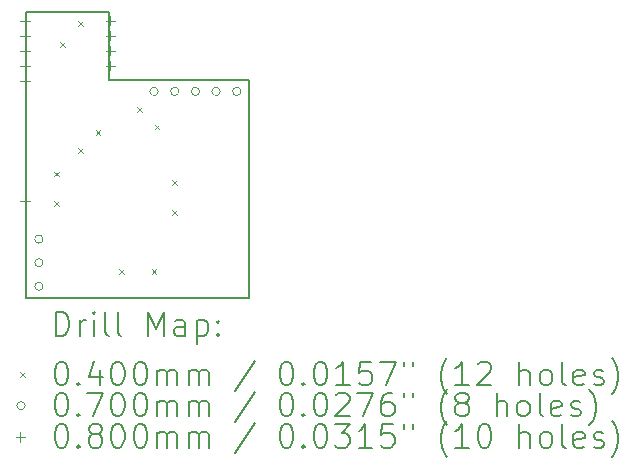
<source format=gbr>
%TF.GenerationSoftware,KiCad,Pcbnew,7.0.11*%
%TF.CreationDate,2025-03-05T13:55:37+11:00*%
%TF.ProjectId,notestmode3,6e6f7465-7374-46d6-9f64-65332e6b6963,rev?*%
%TF.SameCoordinates,Original*%
%TF.FileFunction,Drillmap*%
%TF.FilePolarity,Positive*%
%FSLAX45Y45*%
G04 Gerber Fmt 4.5, Leading zero omitted, Abs format (unit mm)*
G04 Created by KiCad (PCBNEW 7.0.11) date 2025-03-05 13:55:37*
%MOMM*%
%LPD*%
G01*
G04 APERTURE LIST*
%ADD10C,0.127000*%
%ADD11C,0.200000*%
%ADD12C,0.100000*%
G04 APERTURE END LIST*
D10*
X12995700Y-12623800D02*
X12995700Y-13200000D01*
X12995700Y-13200000D02*
X14175000Y-13200000D01*
X14175000Y-15050000D02*
X12290000Y-15050000D01*
X14175000Y-13200000D02*
X14175000Y-15050000D01*
X12995700Y-12623800D02*
X12290000Y-12623800D01*
X12290000Y-12623800D02*
X12290000Y-15050000D01*
D11*
D12*
X12530000Y-13980000D02*
X12570000Y-14020000D01*
X12570000Y-13980000D02*
X12530000Y-14020000D01*
X12530000Y-14230000D02*
X12570000Y-14270000D01*
X12570000Y-14230000D02*
X12530000Y-14270000D01*
X12580000Y-12880000D02*
X12620000Y-12920000D01*
X12620000Y-12880000D02*
X12580000Y-12920000D01*
X12730000Y-12705000D02*
X12770000Y-12745000D01*
X12770000Y-12705000D02*
X12730000Y-12745000D01*
X12730000Y-13780000D02*
X12770000Y-13820000D01*
X12770000Y-13780000D02*
X12730000Y-13820000D01*
X12880000Y-13630000D02*
X12920000Y-13670000D01*
X12920000Y-13630000D02*
X12880000Y-13670000D01*
X13080000Y-14805000D02*
X13120000Y-14845000D01*
X13120000Y-14805000D02*
X13080000Y-14845000D01*
X13230000Y-13430000D02*
X13270000Y-13470000D01*
X13270000Y-13430000D02*
X13230000Y-13470000D01*
X13355000Y-14805000D02*
X13395000Y-14845000D01*
X13395000Y-14805000D02*
X13355000Y-14845000D01*
X13380000Y-13580000D02*
X13420000Y-13620000D01*
X13420000Y-13580000D02*
X13380000Y-13620000D01*
X13530000Y-14053000D02*
X13570000Y-14093000D01*
X13570000Y-14053000D02*
X13530000Y-14093000D01*
X13530000Y-14307000D02*
X13570000Y-14347000D01*
X13570000Y-14307000D02*
X13530000Y-14347000D01*
X12435000Y-14550000D02*
G75*
G03*
X12365000Y-14550000I-35000J0D01*
G01*
X12365000Y-14550000D02*
G75*
G03*
X12435000Y-14550000I35000J0D01*
G01*
X12435000Y-14750000D02*
G75*
G03*
X12365000Y-14750000I-35000J0D01*
G01*
X12365000Y-14750000D02*
G75*
G03*
X12435000Y-14750000I35000J0D01*
G01*
X12435000Y-14950000D02*
G75*
G03*
X12365000Y-14950000I-35000J0D01*
G01*
X12365000Y-14950000D02*
G75*
G03*
X12435000Y-14950000I35000J0D01*
G01*
X13410000Y-13299900D02*
G75*
G03*
X13340000Y-13299900I-35000J0D01*
G01*
X13340000Y-13299900D02*
G75*
G03*
X13410000Y-13299900I35000J0D01*
G01*
X13585000Y-13300000D02*
G75*
G03*
X13515000Y-13300000I-35000J0D01*
G01*
X13515000Y-13300000D02*
G75*
G03*
X13585000Y-13300000I35000J0D01*
G01*
X13760000Y-13299900D02*
G75*
G03*
X13690000Y-13299900I-35000J0D01*
G01*
X13690000Y-13299900D02*
G75*
G03*
X13760000Y-13299900I35000J0D01*
G01*
X13935000Y-13300000D02*
G75*
G03*
X13865000Y-13300000I-35000J0D01*
G01*
X13865000Y-13300000D02*
G75*
G03*
X13935000Y-13300000I35000J0D01*
G01*
X14110000Y-13300000D02*
G75*
G03*
X14040000Y-13300000I-35000J0D01*
G01*
X14040000Y-13300000D02*
G75*
G03*
X14110000Y-13300000I35000J0D01*
G01*
X12280900Y-12660000D02*
X12280900Y-12740000D01*
X12240900Y-12700000D02*
X12320900Y-12700000D01*
X12280900Y-12787000D02*
X12280900Y-12867000D01*
X12240900Y-12827000D02*
X12320900Y-12827000D01*
X12280900Y-12914000D02*
X12280900Y-12994000D01*
X12240900Y-12954000D02*
X12320900Y-12954000D01*
X12280900Y-13041000D02*
X12280900Y-13121000D01*
X12240900Y-13081000D02*
X12320900Y-13081000D01*
X12280900Y-13168000D02*
X12280900Y-13248000D01*
X12240900Y-13208000D02*
X12320900Y-13208000D01*
X12280900Y-14184000D02*
X12280900Y-14264000D01*
X12240900Y-14224000D02*
X12320900Y-14224000D01*
X13004800Y-12660000D02*
X13004800Y-12740000D01*
X12964800Y-12700000D02*
X13044800Y-12700000D01*
X13004800Y-12787000D02*
X13004800Y-12867000D01*
X12964800Y-12827000D02*
X13044800Y-12827000D01*
X13004800Y-12914000D02*
X13004800Y-12994000D01*
X12964800Y-12954000D02*
X13044800Y-12954000D01*
X13004800Y-13041000D02*
X13004800Y-13121000D01*
X12964800Y-13081000D02*
X13044800Y-13081000D01*
D11*
X12544427Y-15367834D02*
X12544427Y-15167834D01*
X12544427Y-15167834D02*
X12592046Y-15167834D01*
X12592046Y-15167834D02*
X12620617Y-15177358D01*
X12620617Y-15177358D02*
X12639665Y-15196405D01*
X12639665Y-15196405D02*
X12649189Y-15215453D01*
X12649189Y-15215453D02*
X12658713Y-15253548D01*
X12658713Y-15253548D02*
X12658713Y-15282120D01*
X12658713Y-15282120D02*
X12649189Y-15320215D01*
X12649189Y-15320215D02*
X12639665Y-15339262D01*
X12639665Y-15339262D02*
X12620617Y-15358310D01*
X12620617Y-15358310D02*
X12592046Y-15367834D01*
X12592046Y-15367834D02*
X12544427Y-15367834D01*
X12744427Y-15367834D02*
X12744427Y-15234500D01*
X12744427Y-15272596D02*
X12753951Y-15253548D01*
X12753951Y-15253548D02*
X12763474Y-15244024D01*
X12763474Y-15244024D02*
X12782522Y-15234500D01*
X12782522Y-15234500D02*
X12801570Y-15234500D01*
X12868236Y-15367834D02*
X12868236Y-15234500D01*
X12868236Y-15167834D02*
X12858713Y-15177358D01*
X12858713Y-15177358D02*
X12868236Y-15186881D01*
X12868236Y-15186881D02*
X12877760Y-15177358D01*
X12877760Y-15177358D02*
X12868236Y-15167834D01*
X12868236Y-15167834D02*
X12868236Y-15186881D01*
X12992046Y-15367834D02*
X12972998Y-15358310D01*
X12972998Y-15358310D02*
X12963474Y-15339262D01*
X12963474Y-15339262D02*
X12963474Y-15167834D01*
X13096808Y-15367834D02*
X13077760Y-15358310D01*
X13077760Y-15358310D02*
X13068236Y-15339262D01*
X13068236Y-15339262D02*
X13068236Y-15167834D01*
X13325379Y-15367834D02*
X13325379Y-15167834D01*
X13325379Y-15167834D02*
X13392046Y-15310691D01*
X13392046Y-15310691D02*
X13458713Y-15167834D01*
X13458713Y-15167834D02*
X13458713Y-15367834D01*
X13639665Y-15367834D02*
X13639665Y-15263072D01*
X13639665Y-15263072D02*
X13630141Y-15244024D01*
X13630141Y-15244024D02*
X13611094Y-15234500D01*
X13611094Y-15234500D02*
X13572998Y-15234500D01*
X13572998Y-15234500D02*
X13553951Y-15244024D01*
X13639665Y-15358310D02*
X13620617Y-15367834D01*
X13620617Y-15367834D02*
X13572998Y-15367834D01*
X13572998Y-15367834D02*
X13553951Y-15358310D01*
X13553951Y-15358310D02*
X13544427Y-15339262D01*
X13544427Y-15339262D02*
X13544427Y-15320215D01*
X13544427Y-15320215D02*
X13553951Y-15301167D01*
X13553951Y-15301167D02*
X13572998Y-15291643D01*
X13572998Y-15291643D02*
X13620617Y-15291643D01*
X13620617Y-15291643D02*
X13639665Y-15282120D01*
X13734903Y-15234500D02*
X13734903Y-15434500D01*
X13734903Y-15244024D02*
X13753951Y-15234500D01*
X13753951Y-15234500D02*
X13792046Y-15234500D01*
X13792046Y-15234500D02*
X13811094Y-15244024D01*
X13811094Y-15244024D02*
X13820617Y-15253548D01*
X13820617Y-15253548D02*
X13830141Y-15272596D01*
X13830141Y-15272596D02*
X13830141Y-15329739D01*
X13830141Y-15329739D02*
X13820617Y-15348786D01*
X13820617Y-15348786D02*
X13811094Y-15358310D01*
X13811094Y-15358310D02*
X13792046Y-15367834D01*
X13792046Y-15367834D02*
X13753951Y-15367834D01*
X13753951Y-15367834D02*
X13734903Y-15358310D01*
X13915855Y-15348786D02*
X13925379Y-15358310D01*
X13925379Y-15358310D02*
X13915855Y-15367834D01*
X13915855Y-15367834D02*
X13906332Y-15358310D01*
X13906332Y-15358310D02*
X13915855Y-15348786D01*
X13915855Y-15348786D02*
X13915855Y-15367834D01*
X13915855Y-15244024D02*
X13925379Y-15253548D01*
X13925379Y-15253548D02*
X13915855Y-15263072D01*
X13915855Y-15263072D02*
X13906332Y-15253548D01*
X13906332Y-15253548D02*
X13915855Y-15244024D01*
X13915855Y-15244024D02*
X13915855Y-15263072D01*
D12*
X12243650Y-15676350D02*
X12283650Y-15716350D01*
X12283650Y-15676350D02*
X12243650Y-15716350D01*
D11*
X12582522Y-15587834D02*
X12601570Y-15587834D01*
X12601570Y-15587834D02*
X12620617Y-15597358D01*
X12620617Y-15597358D02*
X12630141Y-15606881D01*
X12630141Y-15606881D02*
X12639665Y-15625929D01*
X12639665Y-15625929D02*
X12649189Y-15664024D01*
X12649189Y-15664024D02*
X12649189Y-15711643D01*
X12649189Y-15711643D02*
X12639665Y-15749739D01*
X12639665Y-15749739D02*
X12630141Y-15768786D01*
X12630141Y-15768786D02*
X12620617Y-15778310D01*
X12620617Y-15778310D02*
X12601570Y-15787834D01*
X12601570Y-15787834D02*
X12582522Y-15787834D01*
X12582522Y-15787834D02*
X12563474Y-15778310D01*
X12563474Y-15778310D02*
X12553951Y-15768786D01*
X12553951Y-15768786D02*
X12544427Y-15749739D01*
X12544427Y-15749739D02*
X12534903Y-15711643D01*
X12534903Y-15711643D02*
X12534903Y-15664024D01*
X12534903Y-15664024D02*
X12544427Y-15625929D01*
X12544427Y-15625929D02*
X12553951Y-15606881D01*
X12553951Y-15606881D02*
X12563474Y-15597358D01*
X12563474Y-15597358D02*
X12582522Y-15587834D01*
X12734903Y-15768786D02*
X12744427Y-15778310D01*
X12744427Y-15778310D02*
X12734903Y-15787834D01*
X12734903Y-15787834D02*
X12725379Y-15778310D01*
X12725379Y-15778310D02*
X12734903Y-15768786D01*
X12734903Y-15768786D02*
X12734903Y-15787834D01*
X12915855Y-15654500D02*
X12915855Y-15787834D01*
X12868236Y-15578310D02*
X12820617Y-15721167D01*
X12820617Y-15721167D02*
X12944427Y-15721167D01*
X13058713Y-15587834D02*
X13077760Y-15587834D01*
X13077760Y-15587834D02*
X13096808Y-15597358D01*
X13096808Y-15597358D02*
X13106332Y-15606881D01*
X13106332Y-15606881D02*
X13115855Y-15625929D01*
X13115855Y-15625929D02*
X13125379Y-15664024D01*
X13125379Y-15664024D02*
X13125379Y-15711643D01*
X13125379Y-15711643D02*
X13115855Y-15749739D01*
X13115855Y-15749739D02*
X13106332Y-15768786D01*
X13106332Y-15768786D02*
X13096808Y-15778310D01*
X13096808Y-15778310D02*
X13077760Y-15787834D01*
X13077760Y-15787834D02*
X13058713Y-15787834D01*
X13058713Y-15787834D02*
X13039665Y-15778310D01*
X13039665Y-15778310D02*
X13030141Y-15768786D01*
X13030141Y-15768786D02*
X13020617Y-15749739D01*
X13020617Y-15749739D02*
X13011094Y-15711643D01*
X13011094Y-15711643D02*
X13011094Y-15664024D01*
X13011094Y-15664024D02*
X13020617Y-15625929D01*
X13020617Y-15625929D02*
X13030141Y-15606881D01*
X13030141Y-15606881D02*
X13039665Y-15597358D01*
X13039665Y-15597358D02*
X13058713Y-15587834D01*
X13249189Y-15587834D02*
X13268236Y-15587834D01*
X13268236Y-15587834D02*
X13287284Y-15597358D01*
X13287284Y-15597358D02*
X13296808Y-15606881D01*
X13296808Y-15606881D02*
X13306332Y-15625929D01*
X13306332Y-15625929D02*
X13315855Y-15664024D01*
X13315855Y-15664024D02*
X13315855Y-15711643D01*
X13315855Y-15711643D02*
X13306332Y-15749739D01*
X13306332Y-15749739D02*
X13296808Y-15768786D01*
X13296808Y-15768786D02*
X13287284Y-15778310D01*
X13287284Y-15778310D02*
X13268236Y-15787834D01*
X13268236Y-15787834D02*
X13249189Y-15787834D01*
X13249189Y-15787834D02*
X13230141Y-15778310D01*
X13230141Y-15778310D02*
X13220617Y-15768786D01*
X13220617Y-15768786D02*
X13211094Y-15749739D01*
X13211094Y-15749739D02*
X13201570Y-15711643D01*
X13201570Y-15711643D02*
X13201570Y-15664024D01*
X13201570Y-15664024D02*
X13211094Y-15625929D01*
X13211094Y-15625929D02*
X13220617Y-15606881D01*
X13220617Y-15606881D02*
X13230141Y-15597358D01*
X13230141Y-15597358D02*
X13249189Y-15587834D01*
X13401570Y-15787834D02*
X13401570Y-15654500D01*
X13401570Y-15673548D02*
X13411094Y-15664024D01*
X13411094Y-15664024D02*
X13430141Y-15654500D01*
X13430141Y-15654500D02*
X13458713Y-15654500D01*
X13458713Y-15654500D02*
X13477760Y-15664024D01*
X13477760Y-15664024D02*
X13487284Y-15683072D01*
X13487284Y-15683072D02*
X13487284Y-15787834D01*
X13487284Y-15683072D02*
X13496808Y-15664024D01*
X13496808Y-15664024D02*
X13515855Y-15654500D01*
X13515855Y-15654500D02*
X13544427Y-15654500D01*
X13544427Y-15654500D02*
X13563475Y-15664024D01*
X13563475Y-15664024D02*
X13572998Y-15683072D01*
X13572998Y-15683072D02*
X13572998Y-15787834D01*
X13668236Y-15787834D02*
X13668236Y-15654500D01*
X13668236Y-15673548D02*
X13677760Y-15664024D01*
X13677760Y-15664024D02*
X13696808Y-15654500D01*
X13696808Y-15654500D02*
X13725379Y-15654500D01*
X13725379Y-15654500D02*
X13744427Y-15664024D01*
X13744427Y-15664024D02*
X13753951Y-15683072D01*
X13753951Y-15683072D02*
X13753951Y-15787834D01*
X13753951Y-15683072D02*
X13763475Y-15664024D01*
X13763475Y-15664024D02*
X13782522Y-15654500D01*
X13782522Y-15654500D02*
X13811094Y-15654500D01*
X13811094Y-15654500D02*
X13830141Y-15664024D01*
X13830141Y-15664024D02*
X13839665Y-15683072D01*
X13839665Y-15683072D02*
X13839665Y-15787834D01*
X14230141Y-15578310D02*
X14058713Y-15835453D01*
X14487284Y-15587834D02*
X14506332Y-15587834D01*
X14506332Y-15587834D02*
X14525379Y-15597358D01*
X14525379Y-15597358D02*
X14534903Y-15606881D01*
X14534903Y-15606881D02*
X14544427Y-15625929D01*
X14544427Y-15625929D02*
X14553951Y-15664024D01*
X14553951Y-15664024D02*
X14553951Y-15711643D01*
X14553951Y-15711643D02*
X14544427Y-15749739D01*
X14544427Y-15749739D02*
X14534903Y-15768786D01*
X14534903Y-15768786D02*
X14525379Y-15778310D01*
X14525379Y-15778310D02*
X14506332Y-15787834D01*
X14506332Y-15787834D02*
X14487284Y-15787834D01*
X14487284Y-15787834D02*
X14468237Y-15778310D01*
X14468237Y-15778310D02*
X14458713Y-15768786D01*
X14458713Y-15768786D02*
X14449189Y-15749739D01*
X14449189Y-15749739D02*
X14439665Y-15711643D01*
X14439665Y-15711643D02*
X14439665Y-15664024D01*
X14439665Y-15664024D02*
X14449189Y-15625929D01*
X14449189Y-15625929D02*
X14458713Y-15606881D01*
X14458713Y-15606881D02*
X14468237Y-15597358D01*
X14468237Y-15597358D02*
X14487284Y-15587834D01*
X14639665Y-15768786D02*
X14649189Y-15778310D01*
X14649189Y-15778310D02*
X14639665Y-15787834D01*
X14639665Y-15787834D02*
X14630141Y-15778310D01*
X14630141Y-15778310D02*
X14639665Y-15768786D01*
X14639665Y-15768786D02*
X14639665Y-15787834D01*
X14772998Y-15587834D02*
X14792046Y-15587834D01*
X14792046Y-15587834D02*
X14811094Y-15597358D01*
X14811094Y-15597358D02*
X14820618Y-15606881D01*
X14820618Y-15606881D02*
X14830141Y-15625929D01*
X14830141Y-15625929D02*
X14839665Y-15664024D01*
X14839665Y-15664024D02*
X14839665Y-15711643D01*
X14839665Y-15711643D02*
X14830141Y-15749739D01*
X14830141Y-15749739D02*
X14820618Y-15768786D01*
X14820618Y-15768786D02*
X14811094Y-15778310D01*
X14811094Y-15778310D02*
X14792046Y-15787834D01*
X14792046Y-15787834D02*
X14772998Y-15787834D01*
X14772998Y-15787834D02*
X14753951Y-15778310D01*
X14753951Y-15778310D02*
X14744427Y-15768786D01*
X14744427Y-15768786D02*
X14734903Y-15749739D01*
X14734903Y-15749739D02*
X14725379Y-15711643D01*
X14725379Y-15711643D02*
X14725379Y-15664024D01*
X14725379Y-15664024D02*
X14734903Y-15625929D01*
X14734903Y-15625929D02*
X14744427Y-15606881D01*
X14744427Y-15606881D02*
X14753951Y-15597358D01*
X14753951Y-15597358D02*
X14772998Y-15587834D01*
X15030141Y-15787834D02*
X14915856Y-15787834D01*
X14972998Y-15787834D02*
X14972998Y-15587834D01*
X14972998Y-15587834D02*
X14953951Y-15616405D01*
X14953951Y-15616405D02*
X14934903Y-15635453D01*
X14934903Y-15635453D02*
X14915856Y-15644977D01*
X15211094Y-15587834D02*
X15115856Y-15587834D01*
X15115856Y-15587834D02*
X15106332Y-15683072D01*
X15106332Y-15683072D02*
X15115856Y-15673548D01*
X15115856Y-15673548D02*
X15134903Y-15664024D01*
X15134903Y-15664024D02*
X15182522Y-15664024D01*
X15182522Y-15664024D02*
X15201570Y-15673548D01*
X15201570Y-15673548D02*
X15211094Y-15683072D01*
X15211094Y-15683072D02*
X15220618Y-15702120D01*
X15220618Y-15702120D02*
X15220618Y-15749739D01*
X15220618Y-15749739D02*
X15211094Y-15768786D01*
X15211094Y-15768786D02*
X15201570Y-15778310D01*
X15201570Y-15778310D02*
X15182522Y-15787834D01*
X15182522Y-15787834D02*
X15134903Y-15787834D01*
X15134903Y-15787834D02*
X15115856Y-15778310D01*
X15115856Y-15778310D02*
X15106332Y-15768786D01*
X15287284Y-15587834D02*
X15420618Y-15587834D01*
X15420618Y-15587834D02*
X15334903Y-15787834D01*
X15487284Y-15587834D02*
X15487284Y-15625929D01*
X15563475Y-15587834D02*
X15563475Y-15625929D01*
X15858713Y-15864024D02*
X15849189Y-15854500D01*
X15849189Y-15854500D02*
X15830141Y-15825929D01*
X15830141Y-15825929D02*
X15820618Y-15806881D01*
X15820618Y-15806881D02*
X15811094Y-15778310D01*
X15811094Y-15778310D02*
X15801570Y-15730691D01*
X15801570Y-15730691D02*
X15801570Y-15692596D01*
X15801570Y-15692596D02*
X15811094Y-15644977D01*
X15811094Y-15644977D02*
X15820618Y-15616405D01*
X15820618Y-15616405D02*
X15830141Y-15597358D01*
X15830141Y-15597358D02*
X15849189Y-15568786D01*
X15849189Y-15568786D02*
X15858713Y-15559262D01*
X16039665Y-15787834D02*
X15925380Y-15787834D01*
X15982522Y-15787834D02*
X15982522Y-15587834D01*
X15982522Y-15587834D02*
X15963475Y-15616405D01*
X15963475Y-15616405D02*
X15944427Y-15635453D01*
X15944427Y-15635453D02*
X15925380Y-15644977D01*
X16115856Y-15606881D02*
X16125380Y-15597358D01*
X16125380Y-15597358D02*
X16144427Y-15587834D01*
X16144427Y-15587834D02*
X16192046Y-15587834D01*
X16192046Y-15587834D02*
X16211094Y-15597358D01*
X16211094Y-15597358D02*
X16220618Y-15606881D01*
X16220618Y-15606881D02*
X16230141Y-15625929D01*
X16230141Y-15625929D02*
X16230141Y-15644977D01*
X16230141Y-15644977D02*
X16220618Y-15673548D01*
X16220618Y-15673548D02*
X16106332Y-15787834D01*
X16106332Y-15787834D02*
X16230141Y-15787834D01*
X16468237Y-15787834D02*
X16468237Y-15587834D01*
X16553951Y-15787834D02*
X16553951Y-15683072D01*
X16553951Y-15683072D02*
X16544427Y-15664024D01*
X16544427Y-15664024D02*
X16525380Y-15654500D01*
X16525380Y-15654500D02*
X16496808Y-15654500D01*
X16496808Y-15654500D02*
X16477761Y-15664024D01*
X16477761Y-15664024D02*
X16468237Y-15673548D01*
X16677761Y-15787834D02*
X16658713Y-15778310D01*
X16658713Y-15778310D02*
X16649189Y-15768786D01*
X16649189Y-15768786D02*
X16639665Y-15749739D01*
X16639665Y-15749739D02*
X16639665Y-15692596D01*
X16639665Y-15692596D02*
X16649189Y-15673548D01*
X16649189Y-15673548D02*
X16658713Y-15664024D01*
X16658713Y-15664024D02*
X16677761Y-15654500D01*
X16677761Y-15654500D02*
X16706332Y-15654500D01*
X16706332Y-15654500D02*
X16725380Y-15664024D01*
X16725380Y-15664024D02*
X16734903Y-15673548D01*
X16734903Y-15673548D02*
X16744427Y-15692596D01*
X16744427Y-15692596D02*
X16744427Y-15749739D01*
X16744427Y-15749739D02*
X16734903Y-15768786D01*
X16734903Y-15768786D02*
X16725380Y-15778310D01*
X16725380Y-15778310D02*
X16706332Y-15787834D01*
X16706332Y-15787834D02*
X16677761Y-15787834D01*
X16858713Y-15787834D02*
X16839665Y-15778310D01*
X16839665Y-15778310D02*
X16830142Y-15759262D01*
X16830142Y-15759262D02*
X16830142Y-15587834D01*
X17011094Y-15778310D02*
X16992046Y-15787834D01*
X16992046Y-15787834D02*
X16953951Y-15787834D01*
X16953951Y-15787834D02*
X16934903Y-15778310D01*
X16934903Y-15778310D02*
X16925380Y-15759262D01*
X16925380Y-15759262D02*
X16925380Y-15683072D01*
X16925380Y-15683072D02*
X16934903Y-15664024D01*
X16934903Y-15664024D02*
X16953951Y-15654500D01*
X16953951Y-15654500D02*
X16992046Y-15654500D01*
X16992046Y-15654500D02*
X17011094Y-15664024D01*
X17011094Y-15664024D02*
X17020618Y-15683072D01*
X17020618Y-15683072D02*
X17020618Y-15702120D01*
X17020618Y-15702120D02*
X16925380Y-15721167D01*
X17096808Y-15778310D02*
X17115856Y-15787834D01*
X17115856Y-15787834D02*
X17153951Y-15787834D01*
X17153951Y-15787834D02*
X17172999Y-15778310D01*
X17172999Y-15778310D02*
X17182523Y-15759262D01*
X17182523Y-15759262D02*
X17182523Y-15749739D01*
X17182523Y-15749739D02*
X17172999Y-15730691D01*
X17172999Y-15730691D02*
X17153951Y-15721167D01*
X17153951Y-15721167D02*
X17125380Y-15721167D01*
X17125380Y-15721167D02*
X17106332Y-15711643D01*
X17106332Y-15711643D02*
X17096808Y-15692596D01*
X17096808Y-15692596D02*
X17096808Y-15683072D01*
X17096808Y-15683072D02*
X17106332Y-15664024D01*
X17106332Y-15664024D02*
X17125380Y-15654500D01*
X17125380Y-15654500D02*
X17153951Y-15654500D01*
X17153951Y-15654500D02*
X17172999Y-15664024D01*
X17249189Y-15864024D02*
X17258713Y-15854500D01*
X17258713Y-15854500D02*
X17277761Y-15825929D01*
X17277761Y-15825929D02*
X17287284Y-15806881D01*
X17287284Y-15806881D02*
X17296808Y-15778310D01*
X17296808Y-15778310D02*
X17306332Y-15730691D01*
X17306332Y-15730691D02*
X17306332Y-15692596D01*
X17306332Y-15692596D02*
X17296808Y-15644977D01*
X17296808Y-15644977D02*
X17287284Y-15616405D01*
X17287284Y-15616405D02*
X17277761Y-15597358D01*
X17277761Y-15597358D02*
X17258713Y-15568786D01*
X17258713Y-15568786D02*
X17249189Y-15559262D01*
D12*
X12283650Y-15960350D02*
G75*
G03*
X12213650Y-15960350I-35000J0D01*
G01*
X12213650Y-15960350D02*
G75*
G03*
X12283650Y-15960350I35000J0D01*
G01*
D11*
X12582522Y-15851834D02*
X12601570Y-15851834D01*
X12601570Y-15851834D02*
X12620617Y-15861358D01*
X12620617Y-15861358D02*
X12630141Y-15870881D01*
X12630141Y-15870881D02*
X12639665Y-15889929D01*
X12639665Y-15889929D02*
X12649189Y-15928024D01*
X12649189Y-15928024D02*
X12649189Y-15975643D01*
X12649189Y-15975643D02*
X12639665Y-16013739D01*
X12639665Y-16013739D02*
X12630141Y-16032786D01*
X12630141Y-16032786D02*
X12620617Y-16042310D01*
X12620617Y-16042310D02*
X12601570Y-16051834D01*
X12601570Y-16051834D02*
X12582522Y-16051834D01*
X12582522Y-16051834D02*
X12563474Y-16042310D01*
X12563474Y-16042310D02*
X12553951Y-16032786D01*
X12553951Y-16032786D02*
X12544427Y-16013739D01*
X12544427Y-16013739D02*
X12534903Y-15975643D01*
X12534903Y-15975643D02*
X12534903Y-15928024D01*
X12534903Y-15928024D02*
X12544427Y-15889929D01*
X12544427Y-15889929D02*
X12553951Y-15870881D01*
X12553951Y-15870881D02*
X12563474Y-15861358D01*
X12563474Y-15861358D02*
X12582522Y-15851834D01*
X12734903Y-16032786D02*
X12744427Y-16042310D01*
X12744427Y-16042310D02*
X12734903Y-16051834D01*
X12734903Y-16051834D02*
X12725379Y-16042310D01*
X12725379Y-16042310D02*
X12734903Y-16032786D01*
X12734903Y-16032786D02*
X12734903Y-16051834D01*
X12811094Y-15851834D02*
X12944427Y-15851834D01*
X12944427Y-15851834D02*
X12858713Y-16051834D01*
X13058713Y-15851834D02*
X13077760Y-15851834D01*
X13077760Y-15851834D02*
X13096808Y-15861358D01*
X13096808Y-15861358D02*
X13106332Y-15870881D01*
X13106332Y-15870881D02*
X13115855Y-15889929D01*
X13115855Y-15889929D02*
X13125379Y-15928024D01*
X13125379Y-15928024D02*
X13125379Y-15975643D01*
X13125379Y-15975643D02*
X13115855Y-16013739D01*
X13115855Y-16013739D02*
X13106332Y-16032786D01*
X13106332Y-16032786D02*
X13096808Y-16042310D01*
X13096808Y-16042310D02*
X13077760Y-16051834D01*
X13077760Y-16051834D02*
X13058713Y-16051834D01*
X13058713Y-16051834D02*
X13039665Y-16042310D01*
X13039665Y-16042310D02*
X13030141Y-16032786D01*
X13030141Y-16032786D02*
X13020617Y-16013739D01*
X13020617Y-16013739D02*
X13011094Y-15975643D01*
X13011094Y-15975643D02*
X13011094Y-15928024D01*
X13011094Y-15928024D02*
X13020617Y-15889929D01*
X13020617Y-15889929D02*
X13030141Y-15870881D01*
X13030141Y-15870881D02*
X13039665Y-15861358D01*
X13039665Y-15861358D02*
X13058713Y-15851834D01*
X13249189Y-15851834D02*
X13268236Y-15851834D01*
X13268236Y-15851834D02*
X13287284Y-15861358D01*
X13287284Y-15861358D02*
X13296808Y-15870881D01*
X13296808Y-15870881D02*
X13306332Y-15889929D01*
X13306332Y-15889929D02*
X13315855Y-15928024D01*
X13315855Y-15928024D02*
X13315855Y-15975643D01*
X13315855Y-15975643D02*
X13306332Y-16013739D01*
X13306332Y-16013739D02*
X13296808Y-16032786D01*
X13296808Y-16032786D02*
X13287284Y-16042310D01*
X13287284Y-16042310D02*
X13268236Y-16051834D01*
X13268236Y-16051834D02*
X13249189Y-16051834D01*
X13249189Y-16051834D02*
X13230141Y-16042310D01*
X13230141Y-16042310D02*
X13220617Y-16032786D01*
X13220617Y-16032786D02*
X13211094Y-16013739D01*
X13211094Y-16013739D02*
X13201570Y-15975643D01*
X13201570Y-15975643D02*
X13201570Y-15928024D01*
X13201570Y-15928024D02*
X13211094Y-15889929D01*
X13211094Y-15889929D02*
X13220617Y-15870881D01*
X13220617Y-15870881D02*
X13230141Y-15861358D01*
X13230141Y-15861358D02*
X13249189Y-15851834D01*
X13401570Y-16051834D02*
X13401570Y-15918500D01*
X13401570Y-15937548D02*
X13411094Y-15928024D01*
X13411094Y-15928024D02*
X13430141Y-15918500D01*
X13430141Y-15918500D02*
X13458713Y-15918500D01*
X13458713Y-15918500D02*
X13477760Y-15928024D01*
X13477760Y-15928024D02*
X13487284Y-15947072D01*
X13487284Y-15947072D02*
X13487284Y-16051834D01*
X13487284Y-15947072D02*
X13496808Y-15928024D01*
X13496808Y-15928024D02*
X13515855Y-15918500D01*
X13515855Y-15918500D02*
X13544427Y-15918500D01*
X13544427Y-15918500D02*
X13563475Y-15928024D01*
X13563475Y-15928024D02*
X13572998Y-15947072D01*
X13572998Y-15947072D02*
X13572998Y-16051834D01*
X13668236Y-16051834D02*
X13668236Y-15918500D01*
X13668236Y-15937548D02*
X13677760Y-15928024D01*
X13677760Y-15928024D02*
X13696808Y-15918500D01*
X13696808Y-15918500D02*
X13725379Y-15918500D01*
X13725379Y-15918500D02*
X13744427Y-15928024D01*
X13744427Y-15928024D02*
X13753951Y-15947072D01*
X13753951Y-15947072D02*
X13753951Y-16051834D01*
X13753951Y-15947072D02*
X13763475Y-15928024D01*
X13763475Y-15928024D02*
X13782522Y-15918500D01*
X13782522Y-15918500D02*
X13811094Y-15918500D01*
X13811094Y-15918500D02*
X13830141Y-15928024D01*
X13830141Y-15928024D02*
X13839665Y-15947072D01*
X13839665Y-15947072D02*
X13839665Y-16051834D01*
X14230141Y-15842310D02*
X14058713Y-16099453D01*
X14487284Y-15851834D02*
X14506332Y-15851834D01*
X14506332Y-15851834D02*
X14525379Y-15861358D01*
X14525379Y-15861358D02*
X14534903Y-15870881D01*
X14534903Y-15870881D02*
X14544427Y-15889929D01*
X14544427Y-15889929D02*
X14553951Y-15928024D01*
X14553951Y-15928024D02*
X14553951Y-15975643D01*
X14553951Y-15975643D02*
X14544427Y-16013739D01*
X14544427Y-16013739D02*
X14534903Y-16032786D01*
X14534903Y-16032786D02*
X14525379Y-16042310D01*
X14525379Y-16042310D02*
X14506332Y-16051834D01*
X14506332Y-16051834D02*
X14487284Y-16051834D01*
X14487284Y-16051834D02*
X14468237Y-16042310D01*
X14468237Y-16042310D02*
X14458713Y-16032786D01*
X14458713Y-16032786D02*
X14449189Y-16013739D01*
X14449189Y-16013739D02*
X14439665Y-15975643D01*
X14439665Y-15975643D02*
X14439665Y-15928024D01*
X14439665Y-15928024D02*
X14449189Y-15889929D01*
X14449189Y-15889929D02*
X14458713Y-15870881D01*
X14458713Y-15870881D02*
X14468237Y-15861358D01*
X14468237Y-15861358D02*
X14487284Y-15851834D01*
X14639665Y-16032786D02*
X14649189Y-16042310D01*
X14649189Y-16042310D02*
X14639665Y-16051834D01*
X14639665Y-16051834D02*
X14630141Y-16042310D01*
X14630141Y-16042310D02*
X14639665Y-16032786D01*
X14639665Y-16032786D02*
X14639665Y-16051834D01*
X14772998Y-15851834D02*
X14792046Y-15851834D01*
X14792046Y-15851834D02*
X14811094Y-15861358D01*
X14811094Y-15861358D02*
X14820618Y-15870881D01*
X14820618Y-15870881D02*
X14830141Y-15889929D01*
X14830141Y-15889929D02*
X14839665Y-15928024D01*
X14839665Y-15928024D02*
X14839665Y-15975643D01*
X14839665Y-15975643D02*
X14830141Y-16013739D01*
X14830141Y-16013739D02*
X14820618Y-16032786D01*
X14820618Y-16032786D02*
X14811094Y-16042310D01*
X14811094Y-16042310D02*
X14792046Y-16051834D01*
X14792046Y-16051834D02*
X14772998Y-16051834D01*
X14772998Y-16051834D02*
X14753951Y-16042310D01*
X14753951Y-16042310D02*
X14744427Y-16032786D01*
X14744427Y-16032786D02*
X14734903Y-16013739D01*
X14734903Y-16013739D02*
X14725379Y-15975643D01*
X14725379Y-15975643D02*
X14725379Y-15928024D01*
X14725379Y-15928024D02*
X14734903Y-15889929D01*
X14734903Y-15889929D02*
X14744427Y-15870881D01*
X14744427Y-15870881D02*
X14753951Y-15861358D01*
X14753951Y-15861358D02*
X14772998Y-15851834D01*
X14915856Y-15870881D02*
X14925379Y-15861358D01*
X14925379Y-15861358D02*
X14944427Y-15851834D01*
X14944427Y-15851834D02*
X14992046Y-15851834D01*
X14992046Y-15851834D02*
X15011094Y-15861358D01*
X15011094Y-15861358D02*
X15020618Y-15870881D01*
X15020618Y-15870881D02*
X15030141Y-15889929D01*
X15030141Y-15889929D02*
X15030141Y-15908977D01*
X15030141Y-15908977D02*
X15020618Y-15937548D01*
X15020618Y-15937548D02*
X14906332Y-16051834D01*
X14906332Y-16051834D02*
X15030141Y-16051834D01*
X15096808Y-15851834D02*
X15230141Y-15851834D01*
X15230141Y-15851834D02*
X15144427Y-16051834D01*
X15392046Y-15851834D02*
X15353951Y-15851834D01*
X15353951Y-15851834D02*
X15334903Y-15861358D01*
X15334903Y-15861358D02*
X15325379Y-15870881D01*
X15325379Y-15870881D02*
X15306332Y-15899453D01*
X15306332Y-15899453D02*
X15296808Y-15937548D01*
X15296808Y-15937548D02*
X15296808Y-16013739D01*
X15296808Y-16013739D02*
X15306332Y-16032786D01*
X15306332Y-16032786D02*
X15315856Y-16042310D01*
X15315856Y-16042310D02*
X15334903Y-16051834D01*
X15334903Y-16051834D02*
X15372999Y-16051834D01*
X15372999Y-16051834D02*
X15392046Y-16042310D01*
X15392046Y-16042310D02*
X15401570Y-16032786D01*
X15401570Y-16032786D02*
X15411094Y-16013739D01*
X15411094Y-16013739D02*
X15411094Y-15966120D01*
X15411094Y-15966120D02*
X15401570Y-15947072D01*
X15401570Y-15947072D02*
X15392046Y-15937548D01*
X15392046Y-15937548D02*
X15372999Y-15928024D01*
X15372999Y-15928024D02*
X15334903Y-15928024D01*
X15334903Y-15928024D02*
X15315856Y-15937548D01*
X15315856Y-15937548D02*
X15306332Y-15947072D01*
X15306332Y-15947072D02*
X15296808Y-15966120D01*
X15487284Y-15851834D02*
X15487284Y-15889929D01*
X15563475Y-15851834D02*
X15563475Y-15889929D01*
X15858713Y-16128024D02*
X15849189Y-16118500D01*
X15849189Y-16118500D02*
X15830141Y-16089929D01*
X15830141Y-16089929D02*
X15820618Y-16070881D01*
X15820618Y-16070881D02*
X15811094Y-16042310D01*
X15811094Y-16042310D02*
X15801570Y-15994691D01*
X15801570Y-15994691D02*
X15801570Y-15956596D01*
X15801570Y-15956596D02*
X15811094Y-15908977D01*
X15811094Y-15908977D02*
X15820618Y-15880405D01*
X15820618Y-15880405D02*
X15830141Y-15861358D01*
X15830141Y-15861358D02*
X15849189Y-15832786D01*
X15849189Y-15832786D02*
X15858713Y-15823262D01*
X15963475Y-15937548D02*
X15944427Y-15928024D01*
X15944427Y-15928024D02*
X15934903Y-15918500D01*
X15934903Y-15918500D02*
X15925380Y-15899453D01*
X15925380Y-15899453D02*
X15925380Y-15889929D01*
X15925380Y-15889929D02*
X15934903Y-15870881D01*
X15934903Y-15870881D02*
X15944427Y-15861358D01*
X15944427Y-15861358D02*
X15963475Y-15851834D01*
X15963475Y-15851834D02*
X16001570Y-15851834D01*
X16001570Y-15851834D02*
X16020618Y-15861358D01*
X16020618Y-15861358D02*
X16030141Y-15870881D01*
X16030141Y-15870881D02*
X16039665Y-15889929D01*
X16039665Y-15889929D02*
X16039665Y-15899453D01*
X16039665Y-15899453D02*
X16030141Y-15918500D01*
X16030141Y-15918500D02*
X16020618Y-15928024D01*
X16020618Y-15928024D02*
X16001570Y-15937548D01*
X16001570Y-15937548D02*
X15963475Y-15937548D01*
X15963475Y-15937548D02*
X15944427Y-15947072D01*
X15944427Y-15947072D02*
X15934903Y-15956596D01*
X15934903Y-15956596D02*
X15925380Y-15975643D01*
X15925380Y-15975643D02*
X15925380Y-16013739D01*
X15925380Y-16013739D02*
X15934903Y-16032786D01*
X15934903Y-16032786D02*
X15944427Y-16042310D01*
X15944427Y-16042310D02*
X15963475Y-16051834D01*
X15963475Y-16051834D02*
X16001570Y-16051834D01*
X16001570Y-16051834D02*
X16020618Y-16042310D01*
X16020618Y-16042310D02*
X16030141Y-16032786D01*
X16030141Y-16032786D02*
X16039665Y-16013739D01*
X16039665Y-16013739D02*
X16039665Y-15975643D01*
X16039665Y-15975643D02*
X16030141Y-15956596D01*
X16030141Y-15956596D02*
X16020618Y-15947072D01*
X16020618Y-15947072D02*
X16001570Y-15937548D01*
X16277761Y-16051834D02*
X16277761Y-15851834D01*
X16363475Y-16051834D02*
X16363475Y-15947072D01*
X16363475Y-15947072D02*
X16353951Y-15928024D01*
X16353951Y-15928024D02*
X16334903Y-15918500D01*
X16334903Y-15918500D02*
X16306332Y-15918500D01*
X16306332Y-15918500D02*
X16287284Y-15928024D01*
X16287284Y-15928024D02*
X16277761Y-15937548D01*
X16487284Y-16051834D02*
X16468237Y-16042310D01*
X16468237Y-16042310D02*
X16458713Y-16032786D01*
X16458713Y-16032786D02*
X16449189Y-16013739D01*
X16449189Y-16013739D02*
X16449189Y-15956596D01*
X16449189Y-15956596D02*
X16458713Y-15937548D01*
X16458713Y-15937548D02*
X16468237Y-15928024D01*
X16468237Y-15928024D02*
X16487284Y-15918500D01*
X16487284Y-15918500D02*
X16515856Y-15918500D01*
X16515856Y-15918500D02*
X16534903Y-15928024D01*
X16534903Y-15928024D02*
X16544427Y-15937548D01*
X16544427Y-15937548D02*
X16553951Y-15956596D01*
X16553951Y-15956596D02*
X16553951Y-16013739D01*
X16553951Y-16013739D02*
X16544427Y-16032786D01*
X16544427Y-16032786D02*
X16534903Y-16042310D01*
X16534903Y-16042310D02*
X16515856Y-16051834D01*
X16515856Y-16051834D02*
X16487284Y-16051834D01*
X16668237Y-16051834D02*
X16649189Y-16042310D01*
X16649189Y-16042310D02*
X16639665Y-16023262D01*
X16639665Y-16023262D02*
X16639665Y-15851834D01*
X16820618Y-16042310D02*
X16801570Y-16051834D01*
X16801570Y-16051834D02*
X16763475Y-16051834D01*
X16763475Y-16051834D02*
X16744427Y-16042310D01*
X16744427Y-16042310D02*
X16734903Y-16023262D01*
X16734903Y-16023262D02*
X16734903Y-15947072D01*
X16734903Y-15947072D02*
X16744427Y-15928024D01*
X16744427Y-15928024D02*
X16763475Y-15918500D01*
X16763475Y-15918500D02*
X16801570Y-15918500D01*
X16801570Y-15918500D02*
X16820618Y-15928024D01*
X16820618Y-15928024D02*
X16830142Y-15947072D01*
X16830142Y-15947072D02*
X16830142Y-15966120D01*
X16830142Y-15966120D02*
X16734903Y-15985167D01*
X16906332Y-16042310D02*
X16925380Y-16051834D01*
X16925380Y-16051834D02*
X16963475Y-16051834D01*
X16963475Y-16051834D02*
X16982523Y-16042310D01*
X16982523Y-16042310D02*
X16992046Y-16023262D01*
X16992046Y-16023262D02*
X16992046Y-16013739D01*
X16992046Y-16013739D02*
X16982523Y-15994691D01*
X16982523Y-15994691D02*
X16963475Y-15985167D01*
X16963475Y-15985167D02*
X16934903Y-15985167D01*
X16934903Y-15985167D02*
X16915856Y-15975643D01*
X16915856Y-15975643D02*
X16906332Y-15956596D01*
X16906332Y-15956596D02*
X16906332Y-15947072D01*
X16906332Y-15947072D02*
X16915856Y-15928024D01*
X16915856Y-15928024D02*
X16934903Y-15918500D01*
X16934903Y-15918500D02*
X16963475Y-15918500D01*
X16963475Y-15918500D02*
X16982523Y-15928024D01*
X17058713Y-16128024D02*
X17068237Y-16118500D01*
X17068237Y-16118500D02*
X17087284Y-16089929D01*
X17087284Y-16089929D02*
X17096808Y-16070881D01*
X17096808Y-16070881D02*
X17106332Y-16042310D01*
X17106332Y-16042310D02*
X17115856Y-15994691D01*
X17115856Y-15994691D02*
X17115856Y-15956596D01*
X17115856Y-15956596D02*
X17106332Y-15908977D01*
X17106332Y-15908977D02*
X17096808Y-15880405D01*
X17096808Y-15880405D02*
X17087284Y-15861358D01*
X17087284Y-15861358D02*
X17068237Y-15832786D01*
X17068237Y-15832786D02*
X17058713Y-15823262D01*
D12*
X12243650Y-16184350D02*
X12243650Y-16264350D01*
X12203650Y-16224350D02*
X12283650Y-16224350D01*
D11*
X12582522Y-16115834D02*
X12601570Y-16115834D01*
X12601570Y-16115834D02*
X12620617Y-16125358D01*
X12620617Y-16125358D02*
X12630141Y-16134881D01*
X12630141Y-16134881D02*
X12639665Y-16153929D01*
X12639665Y-16153929D02*
X12649189Y-16192024D01*
X12649189Y-16192024D02*
X12649189Y-16239643D01*
X12649189Y-16239643D02*
X12639665Y-16277739D01*
X12639665Y-16277739D02*
X12630141Y-16296786D01*
X12630141Y-16296786D02*
X12620617Y-16306310D01*
X12620617Y-16306310D02*
X12601570Y-16315834D01*
X12601570Y-16315834D02*
X12582522Y-16315834D01*
X12582522Y-16315834D02*
X12563474Y-16306310D01*
X12563474Y-16306310D02*
X12553951Y-16296786D01*
X12553951Y-16296786D02*
X12544427Y-16277739D01*
X12544427Y-16277739D02*
X12534903Y-16239643D01*
X12534903Y-16239643D02*
X12534903Y-16192024D01*
X12534903Y-16192024D02*
X12544427Y-16153929D01*
X12544427Y-16153929D02*
X12553951Y-16134881D01*
X12553951Y-16134881D02*
X12563474Y-16125358D01*
X12563474Y-16125358D02*
X12582522Y-16115834D01*
X12734903Y-16296786D02*
X12744427Y-16306310D01*
X12744427Y-16306310D02*
X12734903Y-16315834D01*
X12734903Y-16315834D02*
X12725379Y-16306310D01*
X12725379Y-16306310D02*
X12734903Y-16296786D01*
X12734903Y-16296786D02*
X12734903Y-16315834D01*
X12858713Y-16201548D02*
X12839665Y-16192024D01*
X12839665Y-16192024D02*
X12830141Y-16182500D01*
X12830141Y-16182500D02*
X12820617Y-16163453D01*
X12820617Y-16163453D02*
X12820617Y-16153929D01*
X12820617Y-16153929D02*
X12830141Y-16134881D01*
X12830141Y-16134881D02*
X12839665Y-16125358D01*
X12839665Y-16125358D02*
X12858713Y-16115834D01*
X12858713Y-16115834D02*
X12896808Y-16115834D01*
X12896808Y-16115834D02*
X12915855Y-16125358D01*
X12915855Y-16125358D02*
X12925379Y-16134881D01*
X12925379Y-16134881D02*
X12934903Y-16153929D01*
X12934903Y-16153929D02*
X12934903Y-16163453D01*
X12934903Y-16163453D02*
X12925379Y-16182500D01*
X12925379Y-16182500D02*
X12915855Y-16192024D01*
X12915855Y-16192024D02*
X12896808Y-16201548D01*
X12896808Y-16201548D02*
X12858713Y-16201548D01*
X12858713Y-16201548D02*
X12839665Y-16211072D01*
X12839665Y-16211072D02*
X12830141Y-16220596D01*
X12830141Y-16220596D02*
X12820617Y-16239643D01*
X12820617Y-16239643D02*
X12820617Y-16277739D01*
X12820617Y-16277739D02*
X12830141Y-16296786D01*
X12830141Y-16296786D02*
X12839665Y-16306310D01*
X12839665Y-16306310D02*
X12858713Y-16315834D01*
X12858713Y-16315834D02*
X12896808Y-16315834D01*
X12896808Y-16315834D02*
X12915855Y-16306310D01*
X12915855Y-16306310D02*
X12925379Y-16296786D01*
X12925379Y-16296786D02*
X12934903Y-16277739D01*
X12934903Y-16277739D02*
X12934903Y-16239643D01*
X12934903Y-16239643D02*
X12925379Y-16220596D01*
X12925379Y-16220596D02*
X12915855Y-16211072D01*
X12915855Y-16211072D02*
X12896808Y-16201548D01*
X13058713Y-16115834D02*
X13077760Y-16115834D01*
X13077760Y-16115834D02*
X13096808Y-16125358D01*
X13096808Y-16125358D02*
X13106332Y-16134881D01*
X13106332Y-16134881D02*
X13115855Y-16153929D01*
X13115855Y-16153929D02*
X13125379Y-16192024D01*
X13125379Y-16192024D02*
X13125379Y-16239643D01*
X13125379Y-16239643D02*
X13115855Y-16277739D01*
X13115855Y-16277739D02*
X13106332Y-16296786D01*
X13106332Y-16296786D02*
X13096808Y-16306310D01*
X13096808Y-16306310D02*
X13077760Y-16315834D01*
X13077760Y-16315834D02*
X13058713Y-16315834D01*
X13058713Y-16315834D02*
X13039665Y-16306310D01*
X13039665Y-16306310D02*
X13030141Y-16296786D01*
X13030141Y-16296786D02*
X13020617Y-16277739D01*
X13020617Y-16277739D02*
X13011094Y-16239643D01*
X13011094Y-16239643D02*
X13011094Y-16192024D01*
X13011094Y-16192024D02*
X13020617Y-16153929D01*
X13020617Y-16153929D02*
X13030141Y-16134881D01*
X13030141Y-16134881D02*
X13039665Y-16125358D01*
X13039665Y-16125358D02*
X13058713Y-16115834D01*
X13249189Y-16115834D02*
X13268236Y-16115834D01*
X13268236Y-16115834D02*
X13287284Y-16125358D01*
X13287284Y-16125358D02*
X13296808Y-16134881D01*
X13296808Y-16134881D02*
X13306332Y-16153929D01*
X13306332Y-16153929D02*
X13315855Y-16192024D01*
X13315855Y-16192024D02*
X13315855Y-16239643D01*
X13315855Y-16239643D02*
X13306332Y-16277739D01*
X13306332Y-16277739D02*
X13296808Y-16296786D01*
X13296808Y-16296786D02*
X13287284Y-16306310D01*
X13287284Y-16306310D02*
X13268236Y-16315834D01*
X13268236Y-16315834D02*
X13249189Y-16315834D01*
X13249189Y-16315834D02*
X13230141Y-16306310D01*
X13230141Y-16306310D02*
X13220617Y-16296786D01*
X13220617Y-16296786D02*
X13211094Y-16277739D01*
X13211094Y-16277739D02*
X13201570Y-16239643D01*
X13201570Y-16239643D02*
X13201570Y-16192024D01*
X13201570Y-16192024D02*
X13211094Y-16153929D01*
X13211094Y-16153929D02*
X13220617Y-16134881D01*
X13220617Y-16134881D02*
X13230141Y-16125358D01*
X13230141Y-16125358D02*
X13249189Y-16115834D01*
X13401570Y-16315834D02*
X13401570Y-16182500D01*
X13401570Y-16201548D02*
X13411094Y-16192024D01*
X13411094Y-16192024D02*
X13430141Y-16182500D01*
X13430141Y-16182500D02*
X13458713Y-16182500D01*
X13458713Y-16182500D02*
X13477760Y-16192024D01*
X13477760Y-16192024D02*
X13487284Y-16211072D01*
X13487284Y-16211072D02*
X13487284Y-16315834D01*
X13487284Y-16211072D02*
X13496808Y-16192024D01*
X13496808Y-16192024D02*
X13515855Y-16182500D01*
X13515855Y-16182500D02*
X13544427Y-16182500D01*
X13544427Y-16182500D02*
X13563475Y-16192024D01*
X13563475Y-16192024D02*
X13572998Y-16211072D01*
X13572998Y-16211072D02*
X13572998Y-16315834D01*
X13668236Y-16315834D02*
X13668236Y-16182500D01*
X13668236Y-16201548D02*
X13677760Y-16192024D01*
X13677760Y-16192024D02*
X13696808Y-16182500D01*
X13696808Y-16182500D02*
X13725379Y-16182500D01*
X13725379Y-16182500D02*
X13744427Y-16192024D01*
X13744427Y-16192024D02*
X13753951Y-16211072D01*
X13753951Y-16211072D02*
X13753951Y-16315834D01*
X13753951Y-16211072D02*
X13763475Y-16192024D01*
X13763475Y-16192024D02*
X13782522Y-16182500D01*
X13782522Y-16182500D02*
X13811094Y-16182500D01*
X13811094Y-16182500D02*
X13830141Y-16192024D01*
X13830141Y-16192024D02*
X13839665Y-16211072D01*
X13839665Y-16211072D02*
X13839665Y-16315834D01*
X14230141Y-16106310D02*
X14058713Y-16363453D01*
X14487284Y-16115834D02*
X14506332Y-16115834D01*
X14506332Y-16115834D02*
X14525379Y-16125358D01*
X14525379Y-16125358D02*
X14534903Y-16134881D01*
X14534903Y-16134881D02*
X14544427Y-16153929D01*
X14544427Y-16153929D02*
X14553951Y-16192024D01*
X14553951Y-16192024D02*
X14553951Y-16239643D01*
X14553951Y-16239643D02*
X14544427Y-16277739D01*
X14544427Y-16277739D02*
X14534903Y-16296786D01*
X14534903Y-16296786D02*
X14525379Y-16306310D01*
X14525379Y-16306310D02*
X14506332Y-16315834D01*
X14506332Y-16315834D02*
X14487284Y-16315834D01*
X14487284Y-16315834D02*
X14468237Y-16306310D01*
X14468237Y-16306310D02*
X14458713Y-16296786D01*
X14458713Y-16296786D02*
X14449189Y-16277739D01*
X14449189Y-16277739D02*
X14439665Y-16239643D01*
X14439665Y-16239643D02*
X14439665Y-16192024D01*
X14439665Y-16192024D02*
X14449189Y-16153929D01*
X14449189Y-16153929D02*
X14458713Y-16134881D01*
X14458713Y-16134881D02*
X14468237Y-16125358D01*
X14468237Y-16125358D02*
X14487284Y-16115834D01*
X14639665Y-16296786D02*
X14649189Y-16306310D01*
X14649189Y-16306310D02*
X14639665Y-16315834D01*
X14639665Y-16315834D02*
X14630141Y-16306310D01*
X14630141Y-16306310D02*
X14639665Y-16296786D01*
X14639665Y-16296786D02*
X14639665Y-16315834D01*
X14772998Y-16115834D02*
X14792046Y-16115834D01*
X14792046Y-16115834D02*
X14811094Y-16125358D01*
X14811094Y-16125358D02*
X14820618Y-16134881D01*
X14820618Y-16134881D02*
X14830141Y-16153929D01*
X14830141Y-16153929D02*
X14839665Y-16192024D01*
X14839665Y-16192024D02*
X14839665Y-16239643D01*
X14839665Y-16239643D02*
X14830141Y-16277739D01*
X14830141Y-16277739D02*
X14820618Y-16296786D01*
X14820618Y-16296786D02*
X14811094Y-16306310D01*
X14811094Y-16306310D02*
X14792046Y-16315834D01*
X14792046Y-16315834D02*
X14772998Y-16315834D01*
X14772998Y-16315834D02*
X14753951Y-16306310D01*
X14753951Y-16306310D02*
X14744427Y-16296786D01*
X14744427Y-16296786D02*
X14734903Y-16277739D01*
X14734903Y-16277739D02*
X14725379Y-16239643D01*
X14725379Y-16239643D02*
X14725379Y-16192024D01*
X14725379Y-16192024D02*
X14734903Y-16153929D01*
X14734903Y-16153929D02*
X14744427Y-16134881D01*
X14744427Y-16134881D02*
X14753951Y-16125358D01*
X14753951Y-16125358D02*
X14772998Y-16115834D01*
X14906332Y-16115834D02*
X15030141Y-16115834D01*
X15030141Y-16115834D02*
X14963475Y-16192024D01*
X14963475Y-16192024D02*
X14992046Y-16192024D01*
X14992046Y-16192024D02*
X15011094Y-16201548D01*
X15011094Y-16201548D02*
X15020618Y-16211072D01*
X15020618Y-16211072D02*
X15030141Y-16230120D01*
X15030141Y-16230120D02*
X15030141Y-16277739D01*
X15030141Y-16277739D02*
X15020618Y-16296786D01*
X15020618Y-16296786D02*
X15011094Y-16306310D01*
X15011094Y-16306310D02*
X14992046Y-16315834D01*
X14992046Y-16315834D02*
X14934903Y-16315834D01*
X14934903Y-16315834D02*
X14915856Y-16306310D01*
X14915856Y-16306310D02*
X14906332Y-16296786D01*
X15220618Y-16315834D02*
X15106332Y-16315834D01*
X15163475Y-16315834D02*
X15163475Y-16115834D01*
X15163475Y-16115834D02*
X15144427Y-16144405D01*
X15144427Y-16144405D02*
X15125379Y-16163453D01*
X15125379Y-16163453D02*
X15106332Y-16172977D01*
X15401570Y-16115834D02*
X15306332Y-16115834D01*
X15306332Y-16115834D02*
X15296808Y-16211072D01*
X15296808Y-16211072D02*
X15306332Y-16201548D01*
X15306332Y-16201548D02*
X15325379Y-16192024D01*
X15325379Y-16192024D02*
X15372999Y-16192024D01*
X15372999Y-16192024D02*
X15392046Y-16201548D01*
X15392046Y-16201548D02*
X15401570Y-16211072D01*
X15401570Y-16211072D02*
X15411094Y-16230120D01*
X15411094Y-16230120D02*
X15411094Y-16277739D01*
X15411094Y-16277739D02*
X15401570Y-16296786D01*
X15401570Y-16296786D02*
X15392046Y-16306310D01*
X15392046Y-16306310D02*
X15372999Y-16315834D01*
X15372999Y-16315834D02*
X15325379Y-16315834D01*
X15325379Y-16315834D02*
X15306332Y-16306310D01*
X15306332Y-16306310D02*
X15296808Y-16296786D01*
X15487284Y-16115834D02*
X15487284Y-16153929D01*
X15563475Y-16115834D02*
X15563475Y-16153929D01*
X15858713Y-16392024D02*
X15849189Y-16382500D01*
X15849189Y-16382500D02*
X15830141Y-16353929D01*
X15830141Y-16353929D02*
X15820618Y-16334881D01*
X15820618Y-16334881D02*
X15811094Y-16306310D01*
X15811094Y-16306310D02*
X15801570Y-16258691D01*
X15801570Y-16258691D02*
X15801570Y-16220596D01*
X15801570Y-16220596D02*
X15811094Y-16172977D01*
X15811094Y-16172977D02*
X15820618Y-16144405D01*
X15820618Y-16144405D02*
X15830141Y-16125358D01*
X15830141Y-16125358D02*
X15849189Y-16096786D01*
X15849189Y-16096786D02*
X15858713Y-16087262D01*
X16039665Y-16315834D02*
X15925380Y-16315834D01*
X15982522Y-16315834D02*
X15982522Y-16115834D01*
X15982522Y-16115834D02*
X15963475Y-16144405D01*
X15963475Y-16144405D02*
X15944427Y-16163453D01*
X15944427Y-16163453D02*
X15925380Y-16172977D01*
X16163475Y-16115834D02*
X16182522Y-16115834D01*
X16182522Y-16115834D02*
X16201570Y-16125358D01*
X16201570Y-16125358D02*
X16211094Y-16134881D01*
X16211094Y-16134881D02*
X16220618Y-16153929D01*
X16220618Y-16153929D02*
X16230141Y-16192024D01*
X16230141Y-16192024D02*
X16230141Y-16239643D01*
X16230141Y-16239643D02*
X16220618Y-16277739D01*
X16220618Y-16277739D02*
X16211094Y-16296786D01*
X16211094Y-16296786D02*
X16201570Y-16306310D01*
X16201570Y-16306310D02*
X16182522Y-16315834D01*
X16182522Y-16315834D02*
X16163475Y-16315834D01*
X16163475Y-16315834D02*
X16144427Y-16306310D01*
X16144427Y-16306310D02*
X16134903Y-16296786D01*
X16134903Y-16296786D02*
X16125380Y-16277739D01*
X16125380Y-16277739D02*
X16115856Y-16239643D01*
X16115856Y-16239643D02*
X16115856Y-16192024D01*
X16115856Y-16192024D02*
X16125380Y-16153929D01*
X16125380Y-16153929D02*
X16134903Y-16134881D01*
X16134903Y-16134881D02*
X16144427Y-16125358D01*
X16144427Y-16125358D02*
X16163475Y-16115834D01*
X16468237Y-16315834D02*
X16468237Y-16115834D01*
X16553951Y-16315834D02*
X16553951Y-16211072D01*
X16553951Y-16211072D02*
X16544427Y-16192024D01*
X16544427Y-16192024D02*
X16525380Y-16182500D01*
X16525380Y-16182500D02*
X16496808Y-16182500D01*
X16496808Y-16182500D02*
X16477761Y-16192024D01*
X16477761Y-16192024D02*
X16468237Y-16201548D01*
X16677761Y-16315834D02*
X16658713Y-16306310D01*
X16658713Y-16306310D02*
X16649189Y-16296786D01*
X16649189Y-16296786D02*
X16639665Y-16277739D01*
X16639665Y-16277739D02*
X16639665Y-16220596D01*
X16639665Y-16220596D02*
X16649189Y-16201548D01*
X16649189Y-16201548D02*
X16658713Y-16192024D01*
X16658713Y-16192024D02*
X16677761Y-16182500D01*
X16677761Y-16182500D02*
X16706332Y-16182500D01*
X16706332Y-16182500D02*
X16725380Y-16192024D01*
X16725380Y-16192024D02*
X16734903Y-16201548D01*
X16734903Y-16201548D02*
X16744427Y-16220596D01*
X16744427Y-16220596D02*
X16744427Y-16277739D01*
X16744427Y-16277739D02*
X16734903Y-16296786D01*
X16734903Y-16296786D02*
X16725380Y-16306310D01*
X16725380Y-16306310D02*
X16706332Y-16315834D01*
X16706332Y-16315834D02*
X16677761Y-16315834D01*
X16858713Y-16315834D02*
X16839665Y-16306310D01*
X16839665Y-16306310D02*
X16830142Y-16287262D01*
X16830142Y-16287262D02*
X16830142Y-16115834D01*
X17011094Y-16306310D02*
X16992046Y-16315834D01*
X16992046Y-16315834D02*
X16953951Y-16315834D01*
X16953951Y-16315834D02*
X16934903Y-16306310D01*
X16934903Y-16306310D02*
X16925380Y-16287262D01*
X16925380Y-16287262D02*
X16925380Y-16211072D01*
X16925380Y-16211072D02*
X16934903Y-16192024D01*
X16934903Y-16192024D02*
X16953951Y-16182500D01*
X16953951Y-16182500D02*
X16992046Y-16182500D01*
X16992046Y-16182500D02*
X17011094Y-16192024D01*
X17011094Y-16192024D02*
X17020618Y-16211072D01*
X17020618Y-16211072D02*
X17020618Y-16230120D01*
X17020618Y-16230120D02*
X16925380Y-16249167D01*
X17096808Y-16306310D02*
X17115856Y-16315834D01*
X17115856Y-16315834D02*
X17153951Y-16315834D01*
X17153951Y-16315834D02*
X17172999Y-16306310D01*
X17172999Y-16306310D02*
X17182523Y-16287262D01*
X17182523Y-16287262D02*
X17182523Y-16277739D01*
X17182523Y-16277739D02*
X17172999Y-16258691D01*
X17172999Y-16258691D02*
X17153951Y-16249167D01*
X17153951Y-16249167D02*
X17125380Y-16249167D01*
X17125380Y-16249167D02*
X17106332Y-16239643D01*
X17106332Y-16239643D02*
X17096808Y-16220596D01*
X17096808Y-16220596D02*
X17096808Y-16211072D01*
X17096808Y-16211072D02*
X17106332Y-16192024D01*
X17106332Y-16192024D02*
X17125380Y-16182500D01*
X17125380Y-16182500D02*
X17153951Y-16182500D01*
X17153951Y-16182500D02*
X17172999Y-16192024D01*
X17249189Y-16392024D02*
X17258713Y-16382500D01*
X17258713Y-16382500D02*
X17277761Y-16353929D01*
X17277761Y-16353929D02*
X17287284Y-16334881D01*
X17287284Y-16334881D02*
X17296808Y-16306310D01*
X17296808Y-16306310D02*
X17306332Y-16258691D01*
X17306332Y-16258691D02*
X17306332Y-16220596D01*
X17306332Y-16220596D02*
X17296808Y-16172977D01*
X17296808Y-16172977D02*
X17287284Y-16144405D01*
X17287284Y-16144405D02*
X17277761Y-16125358D01*
X17277761Y-16125358D02*
X17258713Y-16096786D01*
X17258713Y-16096786D02*
X17249189Y-16087262D01*
M02*

</source>
